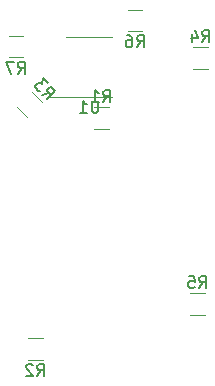
<source format=gbr>
G04 #@! TF.GenerationSoftware,KiCad,Pcbnew,5.1.6-c6e7f7d~86~ubuntu18.04.1*
G04 #@! TF.CreationDate,2020-07-18T15:42:51+02:00*
G04 #@! TF.ProjectId,sboxnet-dccgen,73626f78-6e65-4742-9d64-636367656e2e,rev?*
G04 #@! TF.SameCoordinates,Original*
G04 #@! TF.FileFunction,Legend,Bot*
G04 #@! TF.FilePolarity,Positive*
%FSLAX46Y46*%
G04 Gerber Fmt 4.6, Leading zero omitted, Abs format (unit mm)*
G04 Created by KiCad (PCBNEW 5.1.6-c6e7f7d~86~ubuntu18.04.1) date 2020-07-18 15:42:51*
%MOMM*%
%LPD*%
G01*
G04 APERTURE LIST*
%ADD10C,0.120000*%
%ADD11C,0.150000*%
G04 APERTURE END LIST*
D10*
X35081936Y-56840800D02*
X36286064Y-56840800D01*
X35081936Y-55020800D02*
X36286064Y-55020800D01*
X45168736Y-54605600D02*
X46372864Y-54605600D01*
X45168736Y-52785600D02*
X46372864Y-52785600D01*
X51910064Y-55986000D02*
X50705936Y-55986000D01*
X51910064Y-57806000D02*
X50705936Y-57806000D01*
X41910000Y-55098000D02*
X43860000Y-55098000D01*
X41910000Y-55098000D02*
X39960000Y-55098000D01*
X41910000Y-60218000D02*
X43860000Y-60218000D01*
X41910000Y-60218000D02*
X38460000Y-60218000D01*
X43528064Y-61066000D02*
X42323936Y-61066000D01*
X43528064Y-62886000D02*
X42323936Y-62886000D01*
X51656064Y-76814000D02*
X50451936Y-76814000D01*
X51656064Y-78634000D02*
X50451936Y-78634000D01*
X37899842Y-60615907D02*
X37048395Y-59764460D01*
X36612907Y-61902842D02*
X35761460Y-61051395D01*
X36735936Y-82444000D02*
X37940064Y-82444000D01*
X36735936Y-80624000D02*
X37940064Y-80624000D01*
D11*
X35850666Y-58203180D02*
X36184000Y-57726990D01*
X36422095Y-58203180D02*
X36422095Y-57203180D01*
X36041142Y-57203180D01*
X35945904Y-57250800D01*
X35898285Y-57298419D01*
X35850666Y-57393657D01*
X35850666Y-57536514D01*
X35898285Y-57631752D01*
X35945904Y-57679371D01*
X36041142Y-57726990D01*
X36422095Y-57726990D01*
X35517333Y-57203180D02*
X34850666Y-57203180D01*
X35279238Y-58203180D01*
X45937466Y-55967980D02*
X46270800Y-55491790D01*
X46508895Y-55967980D02*
X46508895Y-54967980D01*
X46127942Y-54967980D01*
X46032704Y-55015600D01*
X45985085Y-55063219D01*
X45937466Y-55158457D01*
X45937466Y-55301314D01*
X45985085Y-55396552D01*
X46032704Y-55444171D01*
X46127942Y-55491790D01*
X46508895Y-55491790D01*
X45080323Y-54967980D02*
X45270800Y-54967980D01*
X45366038Y-55015600D01*
X45413657Y-55063219D01*
X45508895Y-55206076D01*
X45556514Y-55396552D01*
X45556514Y-55777504D01*
X45508895Y-55872742D01*
X45461276Y-55920361D01*
X45366038Y-55967980D01*
X45175561Y-55967980D01*
X45080323Y-55920361D01*
X45032704Y-55872742D01*
X44985085Y-55777504D01*
X44985085Y-55539409D01*
X45032704Y-55444171D01*
X45080323Y-55396552D01*
X45175561Y-55348933D01*
X45366038Y-55348933D01*
X45461276Y-55396552D01*
X45508895Y-55444171D01*
X45556514Y-55539409D01*
X51474666Y-55528380D02*
X51808000Y-55052190D01*
X52046095Y-55528380D02*
X52046095Y-54528380D01*
X51665142Y-54528380D01*
X51569904Y-54576000D01*
X51522285Y-54623619D01*
X51474666Y-54718857D01*
X51474666Y-54861714D01*
X51522285Y-54956952D01*
X51569904Y-55004571D01*
X51665142Y-55052190D01*
X52046095Y-55052190D01*
X50617523Y-54861714D02*
X50617523Y-55528380D01*
X50855619Y-54480761D02*
X51093714Y-55195047D01*
X50474666Y-55195047D01*
X42671904Y-60510380D02*
X42671904Y-61319904D01*
X42624285Y-61415142D01*
X42576666Y-61462761D01*
X42481428Y-61510380D01*
X42290952Y-61510380D01*
X42195714Y-61462761D01*
X42148095Y-61415142D01*
X42100476Y-61319904D01*
X42100476Y-60510380D01*
X41100476Y-61510380D02*
X41671904Y-61510380D01*
X41386190Y-61510380D02*
X41386190Y-60510380D01*
X41481428Y-60653238D01*
X41576666Y-60748476D01*
X41671904Y-60796095D01*
X43092666Y-60608380D02*
X43426000Y-60132190D01*
X43664095Y-60608380D02*
X43664095Y-59608380D01*
X43283142Y-59608380D01*
X43187904Y-59656000D01*
X43140285Y-59703619D01*
X43092666Y-59798857D01*
X43092666Y-59941714D01*
X43140285Y-60036952D01*
X43187904Y-60084571D01*
X43283142Y-60132190D01*
X43664095Y-60132190D01*
X42140285Y-60608380D02*
X42711714Y-60608380D01*
X42426000Y-60608380D02*
X42426000Y-59608380D01*
X42521238Y-59751238D01*
X42616476Y-59846476D01*
X42711714Y-59894095D01*
X51220666Y-76356380D02*
X51554000Y-75880190D01*
X51792095Y-76356380D02*
X51792095Y-75356380D01*
X51411142Y-75356380D01*
X51315904Y-75404000D01*
X51268285Y-75451619D01*
X51220666Y-75546857D01*
X51220666Y-75689714D01*
X51268285Y-75784952D01*
X51315904Y-75832571D01*
X51411142Y-75880190D01*
X51792095Y-75880190D01*
X50315904Y-75356380D02*
X50792095Y-75356380D01*
X50839714Y-75832571D01*
X50792095Y-75784952D01*
X50696857Y-75737333D01*
X50458761Y-75737333D01*
X50363523Y-75784952D01*
X50315904Y-75832571D01*
X50268285Y-75927809D01*
X50268285Y-76165904D01*
X50315904Y-76261142D01*
X50363523Y-76308761D01*
X50458761Y-76356380D01*
X50696857Y-76356380D01*
X50792095Y-76308761D01*
X50839714Y-76261142D01*
X37915554Y-59984449D02*
X38487974Y-59883434D01*
X38319615Y-60388510D02*
X39026722Y-59681404D01*
X38757348Y-59412029D01*
X38656333Y-59378358D01*
X38588989Y-59378358D01*
X38487974Y-59412029D01*
X38386959Y-59513045D01*
X38353287Y-59614060D01*
X38353287Y-59681404D01*
X38386959Y-59782419D01*
X38656333Y-60051793D01*
X38386959Y-59041640D02*
X37949226Y-58603907D01*
X37915554Y-59108984D01*
X37814539Y-59007968D01*
X37713523Y-58974297D01*
X37646180Y-58974297D01*
X37545165Y-59007968D01*
X37376806Y-59176327D01*
X37343134Y-59277342D01*
X37343134Y-59344686D01*
X37376806Y-59445701D01*
X37578836Y-59647732D01*
X37679852Y-59681404D01*
X37747195Y-59681404D01*
X37504666Y-83806380D02*
X37838000Y-83330190D01*
X38076095Y-83806380D02*
X38076095Y-82806380D01*
X37695142Y-82806380D01*
X37599904Y-82854000D01*
X37552285Y-82901619D01*
X37504666Y-82996857D01*
X37504666Y-83139714D01*
X37552285Y-83234952D01*
X37599904Y-83282571D01*
X37695142Y-83330190D01*
X38076095Y-83330190D01*
X37123714Y-82901619D02*
X37076095Y-82854000D01*
X36980857Y-82806380D01*
X36742761Y-82806380D01*
X36647523Y-82854000D01*
X36599904Y-82901619D01*
X36552285Y-82996857D01*
X36552285Y-83092095D01*
X36599904Y-83234952D01*
X37171333Y-83806380D01*
X36552285Y-83806380D01*
M02*

</source>
